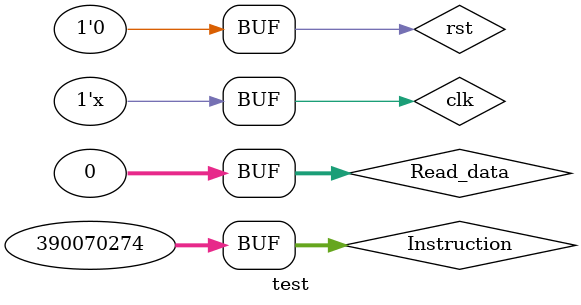
<source format=v>
`timescale 10ns / 1ns

module	test();
reg rst;
reg clk;
wire [31:0] PC;
reg [31:0] Instruction;
wire [31:0] Address;
wire MemWrite;
wire [31:0] Write_data;
wire [3:0] Write_strb;
reg [31:0] Read_data;
wire MemRead;

initial
begin
	rst = 1;
	clk = 0;
	Instruction = 32'b001001_00000_11010_00000_00000_000001;
	Read_data = 32'b0;
	#1 rst = 0;
	#19 Instruction = 32'b00010111010000000000000000000010;
end

always #10 clk = ~clk;


mips_cpu m1(rst, clk, PC, Instruction, Address, MemWrite, Write_data, Write_strb, Read_data, MemRead);

endmodule
</source>
